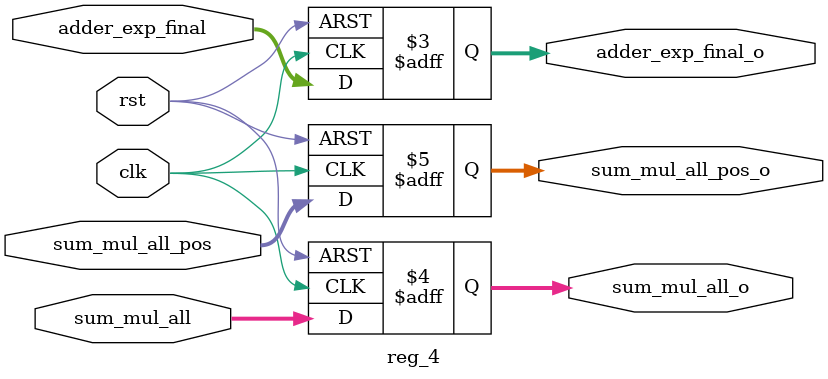
<source format=v>
`timescale 1ns/1ns

module reg_4 (
    output reg [7:0] adder_exp_final_o,
    output reg [51:0] sum_mul_all_o,
    output reg [51:0] sum_mul_all_pos_o,
    input [7:0] adder_exp_final,
    input [51:0] sum_mul_all,
    input [51:0] sum_mul_all_pos,
    input clk, rst
);

always @(posedge clk, negedge rst) begin
    if(~rst) begin
        adder_exp_final_o <= 8'b0;
        sum_mul_all_o <= 52'b0;
        sum_mul_all_pos_o <= 52'b0;
    end
    else begin
        adder_exp_final_o <= adder_exp_final;
        sum_mul_all_o <=sum_mul_all;
        sum_mul_all_pos_o <= sum_mul_all_pos;
    end
end
    
endmodule
</source>
